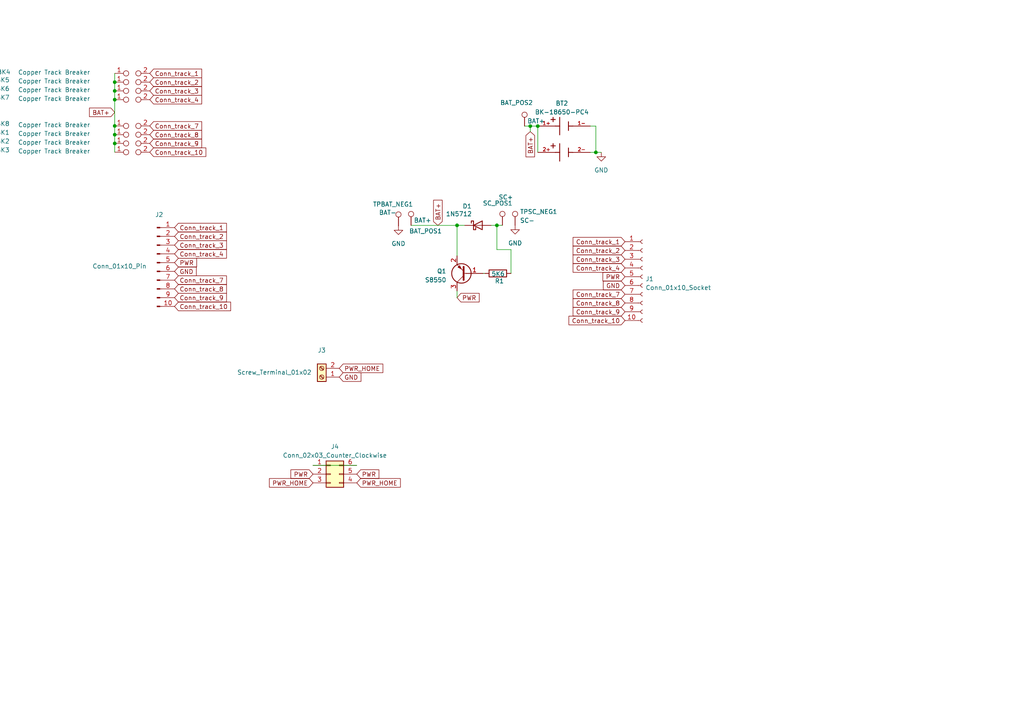
<source format=kicad_sch>
(kicad_sch (version 20230121) (generator eeschema)

  (uuid 36c3529d-7964-4040-afe2-98add62a25cb)

  (paper "A4")

  (lib_symbols
    (symbol "AeonLabs_Connectors:Copper_Track_Break_2_points" (pin_names (offset 0.762) hide) (in_bom yes) (on_board yes)
      (property "Reference" "BK" (at 0 1.524 0)
        (effects (font (size 1.27 1.27)))
      )
      (property "Value" "Copper Track Breaker" (at -0.1524 4.1148 0)
        (effects (font (size 1.27 1.27)))
      )
      (property "Footprint" "AeonLabs_Connectors:Copper Track Breaker 2 points" (at 0 0 0)
        (effects (font (size 1.27 1.27)) hide)
      )
      (property "Datasheet" "~" (at 0 0 0)
        (effects (font (size 1.27 1.27)) hide)
      )
      (property "ki_keywords" "point tp" (at 0 0 0)
        (effects (font (size 1.27 1.27)) hide)
      )
      (property "ki_description" "2-polar test point" (at 0 0 0)
        (effects (font (size 1.27 1.27)) hide)
      )
      (property "ki_fp_filters" "Pin* Test*" (at 0 0 0)
        (effects (font (size 1.27 1.27)) hide)
      )
      (symbol "Copper_Track_Break_2_points_0_1"
        (circle (center -1.778 0) (radius 0.762)
          (stroke (width 0) (type default))
          (fill (type none))
        )
        (circle (center 1.778 0) (radius 0.762)
          (stroke (width 0) (type default))
          (fill (type none))
        )
        (pin passive line (at -5.08 0 0) (length 2.54)
          (name "1" (effects (font (size 1.27 1.27))))
          (number "1" (effects (font (size 1.27 1.27))))
        )
        (pin passive line (at 5.08 0 180) (length 2.54)
          (name "2" (effects (font (size 1.27 1.27))))
          (number "2" (effects (font (size 1.27 1.27))))
        )
      )
    )
    (symbol "Connector:2x_18650_battery_holder_BK-18650-PC4" (pin_names (offset 1.016)) (in_bom yes) (on_board yes)
      (property "Reference" "BT" (at -3.81 6.35 0)
        (effects (font (size 1.27 1.27)) (justify left bottom))
      )
      (property "Value" "BK-18650-PC4" (at -3.81 -10.16 0)
        (effects (font (size 1.27 1.27)) (justify left bottom))
      )
      (property "Footprint" "Battery:2x 18650 Battery holder BAT_BK-18650-PC4" (at 1.0668 12.3444 0)
        (effects (font (size 1.27 1.27)) (justify bottom) hide)
      )
      (property "Datasheet" "" (at 0 0 0)
        (effects (font (size 1.27 1.27)) hide)
      )
      (property "MANUFACTURER" "MPD" (at 0 0 0)
        (effects (font (size 1.27 1.27)) (justify bottom) hide)
      )
      (property "STANDARD" "Manufacturer Recommendations" (at 0.1524 8.5852 0)
        (effects (font (size 1.27 1.27)) (justify bottom) hide)
      )
      (property "PARTREV" "K" (at 0 0 0)
        (effects (font (size 1.27 1.27)) (justify bottom) hide)
      )
      (property "MAXIMUM_PACKAGE_HEIGHT" "21.54 mm" (at -0.0508 10.668 0)
        (effects (font (size 1.27 1.27)) (justify bottom) hide)
      )
      (symbol "2x_18650_battery_holder_BK-18650-PC4_0_0"
        (polyline
          (pts
            (xy -3.81 -3.175)
            (xy -2.54 -3.175)
          )
          (stroke (width 0.254) (type default))
          (fill (type none))
        )
        (polyline
          (pts
            (xy -3.81 4.445)
            (xy -2.54 4.445)
          )
          (stroke (width 0.254) (type default))
          (fill (type none))
        )
        (polyline
          (pts
            (xy -3.175 -2.54)
            (xy -3.175 -3.81)
          )
          (stroke (width 0.254) (type default))
          (fill (type none))
        )
        (polyline
          (pts
            (xy -3.175 5.08)
            (xy -3.175 3.81)
          )
          (stroke (width 0.254) (type default))
          (fill (type none))
        )
        (polyline
          (pts
            (xy -1.27 -5.08)
            (xy -2.54 -5.08)
          )
          (stroke (width 0.254) (type default))
          (fill (type none))
        )
        (polyline
          (pts
            (xy -1.27 -5.08)
            (xy -1.27 -7.62)
          )
          (stroke (width 0.254) (type default))
          (fill (type none))
        )
        (polyline
          (pts
            (xy -1.27 -2.54)
            (xy -1.27 -5.08)
          )
          (stroke (width 0.254) (type default))
          (fill (type none))
        )
        (polyline
          (pts
            (xy -1.27 2.54)
            (xy -2.54 2.54)
          )
          (stroke (width 0.254) (type default))
          (fill (type none))
        )
        (polyline
          (pts
            (xy -1.27 2.54)
            (xy -1.27 0)
          )
          (stroke (width 0.254) (type default))
          (fill (type none))
        )
        (polyline
          (pts
            (xy -1.27 5.08)
            (xy -1.27 2.54)
          )
          (stroke (width 0.254) (type default))
          (fill (type none))
        )
        (polyline
          (pts
            (xy 1.27 -5.08)
            (xy 1.27 -6.35)
          )
          (stroke (width 0.254) (type default))
          (fill (type none))
        )
        (polyline
          (pts
            (xy 1.27 -5.08)
            (xy 2.54 -5.08)
          )
          (stroke (width 0.254) (type default))
          (fill (type none))
        )
        (polyline
          (pts
            (xy 1.27 -3.81)
            (xy 1.27 -5.08)
          )
          (stroke (width 0.254) (type default))
          (fill (type none))
        )
        (polyline
          (pts
            (xy 1.27 2.54)
            (xy 1.27 1.27)
          )
          (stroke (width 0.254) (type default))
          (fill (type none))
        )
        (polyline
          (pts
            (xy 1.27 2.54)
            (xy 2.54 2.54)
          )
          (stroke (width 0.254) (type default))
          (fill (type none))
        )
        (polyline
          (pts
            (xy 1.27 3.81)
            (xy 1.27 2.54)
          )
          (stroke (width 0.254) (type default))
          (fill (type none))
        )
        (pin passive line (at -7.62 2.54 0) (length 5.08)
          (name "~" (effects (font (size 1.016 1.016))))
          (number "1+" (effects (font (size 1.016 1.016))))
        )
        (pin passive line (at 7.62 2.54 180) (length 5.08)
          (name "~" (effects (font (size 1.016 1.016))))
          (number "1-" (effects (font (size 1.016 1.016))))
        )
        (pin passive line (at -7.62 -5.08 0) (length 5.08)
          (name "~" (effects (font (size 1.016 1.016))))
          (number "2+" (effects (font (size 1.016 1.016))))
        )
        (pin passive line (at 7.62 -5.08 180) (length 5.08)
          (name "~" (effects (font (size 1.016 1.016))))
          (number "2-" (effects (font (size 1.016 1.016))))
        )
      )
    )
    (symbol "Connector:Conn_01x10_Pin" (pin_names (offset 1.016) hide) (in_bom yes) (on_board yes)
      (property "Reference" "J" (at 0 12.7 0)
        (effects (font (size 1.27 1.27)))
      )
      (property "Value" "Conn_01x10_Pin" (at 0 -15.24 0)
        (effects (font (size 1.27 1.27)))
      )
      (property "Footprint" "" (at 0 0 0)
        (effects (font (size 1.27 1.27)) hide)
      )
      (property "Datasheet" "~" (at 0 0 0)
        (effects (font (size 1.27 1.27)) hide)
      )
      (property "ki_locked" "" (at 0 0 0)
        (effects (font (size 1.27 1.27)))
      )
      (property "ki_keywords" "connector" (at 0 0 0)
        (effects (font (size 1.27 1.27)) hide)
      )
      (property "ki_description" "Generic connector, single row, 01x10, script generated" (at 0 0 0)
        (effects (font (size 1.27 1.27)) hide)
      )
      (property "ki_fp_filters" "Connector*:*_1x??_*" (at 0 0 0)
        (effects (font (size 1.27 1.27)) hide)
      )
      (symbol "Conn_01x10_Pin_1_1"
        (polyline
          (pts
            (xy 1.27 -12.7)
            (xy 0.8636 -12.7)
          )
          (stroke (width 0.1524) (type default))
          (fill (type none))
        )
        (polyline
          (pts
            (xy 1.27 -10.16)
            (xy 0.8636 -10.16)
          )
          (stroke (width 0.1524) (type default))
          (fill (type none))
        )
        (polyline
          (pts
            (xy 1.27 -7.62)
            (xy 0.8636 -7.62)
          )
          (stroke (width 0.1524) (type default))
          (fill (type none))
        )
        (polyline
          (pts
            (xy 1.27 -5.08)
            (xy 0.8636 -5.08)
          )
          (stroke (width 0.1524) (type default))
          (fill (type none))
        )
        (polyline
          (pts
            (xy 1.27 -2.54)
            (xy 0.8636 -2.54)
          )
          (stroke (width 0.1524) (type default))
          (fill (type none))
        )
        (polyline
          (pts
            (xy 1.27 0)
            (xy 0.8636 0)
          )
          (stroke (width 0.1524) (type default))
          (fill (type none))
        )
        (polyline
          (pts
            (xy 1.27 2.54)
            (xy 0.8636 2.54)
          )
          (stroke (width 0.1524) (type default))
          (fill (type none))
        )
        (polyline
          (pts
            (xy 1.27 5.08)
            (xy 0.8636 5.08)
          )
          (stroke (width 0.1524) (type default))
          (fill (type none))
        )
        (polyline
          (pts
            (xy 1.27 7.62)
            (xy 0.8636 7.62)
          )
          (stroke (width 0.1524) (type default))
          (fill (type none))
        )
        (polyline
          (pts
            (xy 1.27 10.16)
            (xy 0.8636 10.16)
          )
          (stroke (width 0.1524) (type default))
          (fill (type none))
        )
        (rectangle (start 0.8636 -12.573) (end 0 -12.827)
          (stroke (width 0.1524) (type default))
          (fill (type outline))
        )
        (rectangle (start 0.8636 -10.033) (end 0 -10.287)
          (stroke (width 0.1524) (type default))
          (fill (type outline))
        )
        (rectangle (start 0.8636 -7.493) (end 0 -7.747)
          (stroke (width 0.1524) (type default))
          (fill (type outline))
        )
        (rectangle (start 0.8636 -4.953) (end 0 -5.207)
          (stroke (width 0.1524) (type default))
          (fill (type outline))
        )
        (rectangle (start 0.8636 -2.413) (end 0 -2.667)
          (stroke (width 0.1524) (type default))
          (fill (type outline))
        )
        (rectangle (start 0.8636 0.127) (end 0 -0.127)
          (stroke (width 0.1524) (type default))
          (fill (type outline))
        )
        (rectangle (start 0.8636 2.667) (end 0 2.413)
          (stroke (width 0.1524) (type default))
          (fill (type outline))
        )
        (rectangle (start 0.8636 5.207) (end 0 4.953)
          (stroke (width 0.1524) (type default))
          (fill (type outline))
        )
        (rectangle (start 0.8636 7.747) (end 0 7.493)
          (stroke (width 0.1524) (type default))
          (fill (type outline))
        )
        (rectangle (start 0.8636 10.287) (end 0 10.033)
          (stroke (width 0.1524) (type default))
          (fill (type outline))
        )
        (pin passive line (at 5.08 10.16 180) (length 3.81)
          (name "Pin_1" (effects (font (size 1.27 1.27))))
          (number "1" (effects (font (size 1.27 1.27))))
        )
        (pin passive line (at 5.08 -12.7 180) (length 3.81)
          (name "Pin_10" (effects (font (size 1.27 1.27))))
          (number "10" (effects (font (size 1.27 1.27))))
        )
        (pin passive line (at 5.08 7.62 180) (length 3.81)
          (name "Pin_2" (effects (font (size 1.27 1.27))))
          (number "2" (effects (font (size 1.27 1.27))))
        )
        (pin passive line (at 5.08 5.08 180) (length 3.81)
          (name "Pin_3" (effects (font (size 1.27 1.27))))
          (number "3" (effects (font (size 1.27 1.27))))
        )
        (pin passive line (at 5.08 2.54 180) (length 3.81)
          (name "Pin_4" (effects (font (size 1.27 1.27))))
          (number "4" (effects (font (size 1.27 1.27))))
        )
        (pin passive line (at 5.08 0 180) (length 3.81)
          (name "Pin_5" (effects (font (size 1.27 1.27))))
          (number "5" (effects (font (size 1.27 1.27))))
        )
        (pin passive line (at 5.08 -2.54 180) (length 3.81)
          (name "Pin_6" (effects (font (size 1.27 1.27))))
          (number "6" (effects (font (size 1.27 1.27))))
        )
        (pin passive line (at 5.08 -5.08 180) (length 3.81)
          (name "Pin_7" (effects (font (size 1.27 1.27))))
          (number "7" (effects (font (size 1.27 1.27))))
        )
        (pin passive line (at 5.08 -7.62 180) (length 3.81)
          (name "Pin_8" (effects (font (size 1.27 1.27))))
          (number "8" (effects (font (size 1.27 1.27))))
        )
        (pin passive line (at 5.08 -10.16 180) (length 3.81)
          (name "Pin_9" (effects (font (size 1.27 1.27))))
          (number "9" (effects (font (size 1.27 1.27))))
        )
      )
    )
    (symbol "Connector:Conn_01x10_Socket" (pin_names (offset 1.016) hide) (in_bom yes) (on_board yes)
      (property "Reference" "J" (at 0 12.7 0)
        (effects (font (size 1.27 1.27)))
      )
      (property "Value" "Conn_01x10_Socket" (at 0 -15.24 0)
        (effects (font (size 1.27 1.27)))
      )
      (property "Footprint" "" (at 0 0 0)
        (effects (font (size 1.27 1.27)) hide)
      )
      (property "Datasheet" "~" (at 0 0 0)
        (effects (font (size 1.27 1.27)) hide)
      )
      (property "ki_locked" "" (at 0 0 0)
        (effects (font (size 1.27 1.27)))
      )
      (property "ki_keywords" "connector" (at 0 0 0)
        (effects (font (size 1.27 1.27)) hide)
      )
      (property "ki_description" "Generic connector, single row, 01x10, script generated" (at 0 0 0)
        (effects (font (size 1.27 1.27)) hide)
      )
      (property "ki_fp_filters" "Connector*:*_1x??_*" (at 0 0 0)
        (effects (font (size 1.27 1.27)) hide)
      )
      (symbol "Conn_01x10_Socket_1_1"
        (arc (start 0 -12.192) (mid -0.5058 -12.7) (end 0 -13.208)
          (stroke (width 0.1524) (type default))
          (fill (type none))
        )
        (arc (start 0 -9.652) (mid -0.5058 -10.16) (end 0 -10.668)
          (stroke (width 0.1524) (type default))
          (fill (type none))
        )
        (arc (start 0 -7.112) (mid -0.5058 -7.62) (end 0 -8.128)
          (stroke (width 0.1524) (type default))
          (fill (type none))
        )
        (arc (start 0 -4.572) (mid -0.5058 -5.08) (end 0 -5.588)
          (stroke (width 0.1524) (type default))
          (fill (type none))
        )
        (arc (start 0 -2.032) (mid -0.5058 -2.54) (end 0 -3.048)
          (stroke (width 0.1524) (type default))
          (fill (type none))
        )
        (polyline
          (pts
            (xy -1.27 -12.7)
            (xy -0.508 -12.7)
          )
          (stroke (width 0.1524) (type default))
          (fill (type none))
        )
        (polyline
          (pts
            (xy -1.27 -10.16)
            (xy -0.508 -10.16)
          )
          (stroke (width 0.1524) (type default))
          (fill (type none))
        )
        (polyline
          (pts
            (xy -1.27 -7.62)
            (xy -0.508 -7.62)
          )
          (stroke (width 0.1524) (type default))
          (fill (type none))
        )
        (polyline
          (pts
            (xy -1.27 -5.08)
            (xy -0.508 -5.08)
          )
          (stroke (width 0.1524) (type default))
          (fill (type none))
        )
        (polyline
          (pts
            (xy -1.27 -2.54)
            (xy -0.508 -2.54)
          )
          (stroke (width 0.1524) (type default))
          (fill (type none))
        )
        (polyline
          (pts
            (xy -1.27 0)
            (xy -0.508 0)
          )
          (stroke (width 0.1524) (type default))
          (fill (type none))
        )
        (polyline
          (pts
            (xy -1.27 2.54)
            (xy -0.508 2.54)
          )
          (stroke (width 0.1524) (type default))
          (fill (type none))
        )
        (polyline
          (pts
            (xy -1.27 5.08)
            (xy -0.508 5.08)
          )
          (stroke (width 0.1524) (type default))
          (fill (type none))
        )
        (polyline
          (pts
            (xy -1.27 7.62)
            (xy -0.508 7.62)
          )
          (stroke (width 0.1524) (type default))
          (fill (type none))
        )
        (polyline
          (pts
            (xy -1.27 10.16)
            (xy -0.508 10.16)
          )
          (stroke (width 0.1524) (type default))
          (fill (type none))
        )
        (arc (start 0 0.508) (mid -0.5058 0) (end 0 -0.508)
          (stroke (width 0.1524) (type default))
          (fill (type none))
        )
        (arc (start 0 3.048) (mid -0.5058 2.54) (end 0 2.032)
          (stroke (width 0.1524) (type default))
          (fill (type none))
        )
        (arc (start 0 5.588) (mid -0.5058 5.08) (end 0 4.572)
          (stroke (width 0.1524) (type default))
          (fill (type none))
        )
        (arc (start 0 8.128) (mid -0.5058 7.62) (end 0 7.112)
          (stroke (width 0.1524) (type default))
          (fill (type none))
        )
        (arc (start 0 10.668) (mid -0.5058 10.16) (end 0 9.652)
          (stroke (width 0.1524) (type default))
          (fill (type none))
        )
        (pin passive line (at -5.08 10.16 0) (length 3.81)
          (name "Pin_1" (effects (font (size 1.27 1.27))))
          (number "1" (effects (font (size 1.27 1.27))))
        )
        (pin passive line (at -5.08 -12.7 0) (length 3.81)
          (name "Pin_10" (effects (font (size 1.27 1.27))))
          (number "10" (effects (font (size 1.27 1.27))))
        )
        (pin passive line (at -5.08 7.62 0) (length 3.81)
          (name "Pin_2" (effects (font (size 1.27 1.27))))
          (number "2" (effects (font (size 1.27 1.27))))
        )
        (pin passive line (at -5.08 5.08 0) (length 3.81)
          (name "Pin_3" (effects (font (size 1.27 1.27))))
          (number "3" (effects (font (size 1.27 1.27))))
        )
        (pin passive line (at -5.08 2.54 0) (length 3.81)
          (name "Pin_4" (effects (font (size 1.27 1.27))))
          (number "4" (effects (font (size 1.27 1.27))))
        )
        (pin passive line (at -5.08 0 0) (length 3.81)
          (name "Pin_5" (effects (font (size 1.27 1.27))))
          (number "5" (effects (font (size 1.27 1.27))))
        )
        (pin passive line (at -5.08 -2.54 0) (length 3.81)
          (name "Pin_6" (effects (font (size 1.27 1.27))))
          (number "6" (effects (font (size 1.27 1.27))))
        )
        (pin passive line (at -5.08 -5.08 0) (length 3.81)
          (name "Pin_7" (effects (font (size 1.27 1.27))))
          (number "7" (effects (font (size 1.27 1.27))))
        )
        (pin passive line (at -5.08 -7.62 0) (length 3.81)
          (name "Pin_8" (effects (font (size 1.27 1.27))))
          (number "8" (effects (font (size 1.27 1.27))))
        )
        (pin passive line (at -5.08 -10.16 0) (length 3.81)
          (name "Pin_9" (effects (font (size 1.27 1.27))))
          (number "9" (effects (font (size 1.27 1.27))))
        )
      )
    )
    (symbol "Connector:Screw_Terminal_01x02" (pin_names (offset 1.016) hide) (in_bom yes) (on_board yes)
      (property "Reference" "J" (at 0 2.54 0)
        (effects (font (size 1.27 1.27)))
      )
      (property "Value" "Screw_Terminal_01x02" (at 0 -5.08 0)
        (effects (font (size 1.27 1.27)))
      )
      (property "Footprint" "" (at 0 0 0)
        (effects (font (size 1.27 1.27)) hide)
      )
      (property "Datasheet" "~" (at 0 0 0)
        (effects (font (size 1.27 1.27)) hide)
      )
      (property "ki_keywords" "screw terminal" (at 0 0 0)
        (effects (font (size 1.27 1.27)) hide)
      )
      (property "ki_description" "Generic screw terminal, single row, 01x02, script generated (kicad-library-utils/schlib/autogen/connector/)" (at 0 0 0)
        (effects (font (size 1.27 1.27)) hide)
      )
      (property "ki_fp_filters" "TerminalBlock*:*" (at 0 0 0)
        (effects (font (size 1.27 1.27)) hide)
      )
      (symbol "Screw_Terminal_01x02_1_1"
        (rectangle (start -1.27 1.27) (end 1.27 -3.81)
          (stroke (width 0.254) (type default))
          (fill (type background))
        )
        (circle (center 0 -2.54) (radius 0.635)
          (stroke (width 0.1524) (type default))
          (fill (type none))
        )
        (polyline
          (pts
            (xy -0.5334 -2.2098)
            (xy 0.3302 -3.048)
          )
          (stroke (width 0.1524) (type default))
          (fill (type none))
        )
        (polyline
          (pts
            (xy -0.5334 0.3302)
            (xy 0.3302 -0.508)
          )
          (stroke (width 0.1524) (type default))
          (fill (type none))
        )
        (polyline
          (pts
            (xy -0.3556 -2.032)
            (xy 0.508 -2.8702)
          )
          (stroke (width 0.1524) (type default))
          (fill (type none))
        )
        (polyline
          (pts
            (xy -0.3556 0.508)
            (xy 0.508 -0.3302)
          )
          (stroke (width 0.1524) (type default))
          (fill (type none))
        )
        (circle (center 0 0) (radius 0.635)
          (stroke (width 0.1524) (type default))
          (fill (type none))
        )
        (pin passive line (at -5.08 0 0) (length 3.81)
          (name "Pin_1" (effects (font (size 1.27 1.27))))
          (number "1" (effects (font (size 1.27 1.27))))
        )
        (pin passive line (at -5.08 -2.54 0) (length 3.81)
          (name "Pin_2" (effects (font (size 1.27 1.27))))
          (number "2" (effects (font (size 1.27 1.27))))
        )
      )
    )
    (symbol "Connector:TestPoint" (pin_numbers hide) (pin_names (offset 0.762) hide) (in_bom yes) (on_board yes)
      (property "Reference" "TP" (at 0 6.858 0)
        (effects (font (size 1.27 1.27)))
      )
      (property "Value" "TestPoint" (at 0 5.08 0)
        (effects (font (size 1.27 1.27)))
      )
      (property "Footprint" "" (at 5.08 0 0)
        (effects (font (size 1.27 1.27)) hide)
      )
      (property "Datasheet" "~" (at 5.08 0 0)
        (effects (font (size 1.27 1.27)) hide)
      )
      (property "ki_keywords" "test point tp" (at 0 0 0)
        (effects (font (size 1.27 1.27)) hide)
      )
      (property "ki_description" "test point" (at 0 0 0)
        (effects (font (size 1.27 1.27)) hide)
      )
      (property "ki_fp_filters" "Pin* Test*" (at 0 0 0)
        (effects (font (size 1.27 1.27)) hide)
      )
      (symbol "TestPoint_0_1"
        (circle (center 0 3.302) (radius 0.762)
          (stroke (width 0) (type default))
          (fill (type none))
        )
      )
      (symbol "TestPoint_1_1"
        (pin passive line (at 0 0 90) (length 2.54)
          (name "1" (effects (font (size 1.27 1.27))))
          (number "1" (effects (font (size 1.27 1.27))))
        )
      )
    )
    (symbol "Connector_Generic:Conn_02x03_Counter_Clockwise" (pin_names (offset 1.016) hide) (in_bom yes) (on_board yes)
      (property "Reference" "J" (at 1.27 5.08 0)
        (effects (font (size 1.27 1.27)))
      )
      (property "Value" "Conn_02x03_Counter_Clockwise" (at 1.27 -5.08 0)
        (effects (font (size 1.27 1.27)))
      )
      (property "Footprint" "" (at 0 0 0)
        (effects (font (size 1.27 1.27)) hide)
      )
      (property "Datasheet" "~" (at 0 0 0)
        (effects (font (size 1.27 1.27)) hide)
      )
      (property "ki_keywords" "connector" (at 0 0 0)
        (effects (font (size 1.27 1.27)) hide)
      )
      (property "ki_description" "Generic connector, double row, 02x03, counter clockwise pin numbering scheme (similar to DIP package numbering), script generated (kicad-library-utils/schlib/autogen/connector/)" (at 0 0 0)
        (effects (font (size 1.27 1.27)) hide)
      )
      (property "ki_fp_filters" "Connector*:*_2x??_*" (at 0 0 0)
        (effects (font (size 1.27 1.27)) hide)
      )
      (symbol "Conn_02x03_Counter_Clockwise_1_1"
        (rectangle (start -1.27 -2.413) (end 0 -2.667)
          (stroke (width 0.1524) (type default))
          (fill (type none))
        )
        (rectangle (start -1.27 0.127) (end 0 -0.127)
          (stroke (width 0.1524) (type default))
          (fill (type none))
        )
        (rectangle (start -1.27 2.667) (end 0 2.413)
          (stroke (width 0.1524) (type default))
          (fill (type none))
        )
        (rectangle (start -1.27 3.81) (end 3.81 -3.81)
          (stroke (width 0.254) (type default))
          (fill (type background))
        )
        (rectangle (start 3.81 -2.413) (end 2.54 -2.667)
          (stroke (width 0.1524) (type default))
          (fill (type none))
        )
        (rectangle (start 3.81 0.127) (end 2.54 -0.127)
          (stroke (width 0.1524) (type default))
          (fill (type none))
        )
        (rectangle (start 3.81 2.667) (end 2.54 2.413)
          (stroke (width 0.1524) (type default))
          (fill (type none))
        )
        (pin passive line (at -5.08 2.54 0) (length 3.81)
          (name "Pin_1" (effects (font (size 1.27 1.27))))
          (number "1" (effects (font (size 1.27 1.27))))
        )
        (pin passive line (at -5.08 0 0) (length 3.81)
          (name "Pin_2" (effects (font (size 1.27 1.27))))
          (number "2" (effects (font (size 1.27 1.27))))
        )
        (pin passive line (at -5.08 -2.54 0) (length 3.81)
          (name "Pin_3" (effects (font (size 1.27 1.27))))
          (number "3" (effects (font (size 1.27 1.27))))
        )
        (pin passive line (at 7.62 -2.54 180) (length 3.81)
          (name "Pin_4" (effects (font (size 1.27 1.27))))
          (number "4" (effects (font (size 1.27 1.27))))
        )
        (pin passive line (at 7.62 0 180) (length 3.81)
          (name "Pin_5" (effects (font (size 1.27 1.27))))
          (number "5" (effects (font (size 1.27 1.27))))
        )
        (pin passive line (at 7.62 2.54 180) (length 3.81)
          (name "Pin_6" (effects (font (size 1.27 1.27))))
          (number "6" (effects (font (size 1.27 1.27))))
        )
      )
    )
    (symbol "Device:R" (pin_numbers hide) (pin_names (offset 0)) (in_bom yes) (on_board yes)
      (property "Reference" "R" (at 2.032 0 90)
        (effects (font (size 1.27 1.27)))
      )
      (property "Value" "R" (at 0 0 90)
        (effects (font (size 1.27 1.27)))
      )
      (property "Footprint" "" (at -1.778 0 90)
        (effects (font (size 1.27 1.27)) hide)
      )
      (property "Datasheet" "~" (at 0 0 0)
        (effects (font (size 1.27 1.27)) hide)
      )
      (property "ki_keywords" "R res resistor" (at 0 0 0)
        (effects (font (size 1.27 1.27)) hide)
      )
      (property "ki_description" "Resistor" (at 0 0 0)
        (effects (font (size 1.27 1.27)) hide)
      )
      (property "ki_fp_filters" "R_*" (at 0 0 0)
        (effects (font (size 1.27 1.27)) hide)
      )
      (symbol "R_0_1"
        (rectangle (start -1.016 -2.54) (end 1.016 2.54)
          (stroke (width 0.254) (type default))
          (fill (type none))
        )
      )
      (symbol "R_1_1"
        (pin passive line (at 0 3.81 270) (length 1.27)
          (name "~" (effects (font (size 1.27 1.27))))
          (number "1" (effects (font (size 1.27 1.27))))
        )
        (pin passive line (at 0 -3.81 90) (length 1.27)
          (name "~" (effects (font (size 1.27 1.27))))
          (number "2" (effects (font (size 1.27 1.27))))
        )
      )
    )
    (symbol "Diode:1N5712" (pin_numbers hide) (pin_names (offset 1.016) hide) (in_bom yes) (on_board yes)
      (property "Reference" "D" (at 0 2.54 0)
        (effects (font (size 1.27 1.27)))
      )
      (property "Value" "1N5712" (at 0 -2.54 0)
        (effects (font (size 1.27 1.27)))
      )
      (property "Footprint" "Diode_THT:D_DO-35_SOD27_P7.62mm_Horizontal" (at 0 -4.445 0)
        (effects (font (size 1.27 1.27)) hide)
      )
      (property "Datasheet" "https://www.microsemi.com/document-portal/doc_download/8865-lds-0040-datasheet" (at 0 0 0)
        (effects (font (size 1.27 1.27)) hide)
      )
      (property "ki_keywords" "diode Schottky" (at 0 0 0)
        (effects (font (size 1.27 1.27)) hide)
      )
      (property "ki_description" "20V 75mA Schottky diode, DO-35" (at 0 0 0)
        (effects (font (size 1.27 1.27)) hide)
      )
      (property "ki_fp_filters" "D*DO?35*" (at 0 0 0)
        (effects (font (size 1.27 1.27)) hide)
      )
      (symbol "1N5712_0_1"
        (polyline
          (pts
            (xy 1.27 0)
            (xy -1.27 0)
          )
          (stroke (width 0) (type default))
          (fill (type none))
        )
        (polyline
          (pts
            (xy 1.27 1.27)
            (xy 1.27 -1.27)
            (xy -1.27 0)
            (xy 1.27 1.27)
          )
          (stroke (width 0.254) (type default))
          (fill (type none))
        )
        (polyline
          (pts
            (xy -1.905 0.635)
            (xy -1.905 1.27)
            (xy -1.27 1.27)
            (xy -1.27 -1.27)
            (xy -0.635 -1.27)
            (xy -0.635 -0.635)
          )
          (stroke (width 0.254) (type default))
          (fill (type none))
        )
      )
      (symbol "1N5712_1_1"
        (pin passive line (at -3.81 0 0) (length 2.54)
          (name "K" (effects (font (size 1.27 1.27))))
          (number "1" (effects (font (size 1.27 1.27))))
        )
        (pin passive line (at 3.81 0 180) (length 2.54)
          (name "A" (effects (font (size 1.27 1.27))))
          (number "2" (effects (font (size 1.27 1.27))))
        )
      )
    )
    (symbol "Transistor_BJT:S8550" (pin_names (offset 0) hide) (in_bom yes) (on_board yes)
      (property "Reference" "Q" (at 5.08 1.905 0)
        (effects (font (size 1.27 1.27)) (justify left))
      )
      (property "Value" "S8550" (at -6.9088 9.0424 0)
        (effects (font (size 1.27 1.27)) (justify left))
      )
      (property "Footprint" "Package_TO_SOT_THT:TO-92_Inline" (at -11.5316 13.3604 0)
        (effects (font (size 1.27 1.27) italic) (justify left) hide)
      )
      (property "Datasheet" "http://www.unisonic.com.tw/datasheet/S8550.pdf" (at -14.1224 15.24 0)
        (effects (font (size 1.27 1.27)) (justify left) hide)
      )
      (property "ki_keywords" "S8550 PNP Low Voltage High Current Transistor" (at 0 0 0)
        (effects (font (size 1.27 1.27)) hide)
      )
      (property "ki_description" "0.7A Ic, 20V Vce, Low Voltage High Current PNP Transistor, TO-92" (at 0 0 0)
        (effects (font (size 1.27 1.27)) hide)
      )
      (property "ki_fp_filters" "TO?92*" (at 0 0 0)
        (effects (font (size 1.27 1.27)) hide)
      )
      (symbol "S8550_0_1"
        (polyline
          (pts
            (xy 0 0)
            (xy 0.635 0)
          )
          (stroke (width 0) (type default))
          (fill (type none))
        )
        (polyline
          (pts
            (xy 2.54 -2.54)
            (xy 0.635 -0.635)
          )
          (stroke (width 0) (type default))
          (fill (type none))
        )
        (polyline
          (pts
            (xy 2.54 2.54)
            (xy 0.635 0.635)
          )
          (stroke (width 0) (type default))
          (fill (type none))
        )
        (polyline
          (pts
            (xy 0.635 1.905)
            (xy 0.635 -1.905)
            (xy 0.635 -1.905)
          )
          (stroke (width 0.508) (type default))
          (fill (type outline))
        )
        (polyline
          (pts
            (xy 1.778 -2.286)
            (xy 2.286 -1.778)
            (xy 1.27 -1.27)
            (xy 1.778 -2.286)
            (xy 1.778 -2.286)
          )
          (stroke (width 0) (type default))
          (fill (type outline))
        )
        (circle (center 1.27 0) (radius 2.8194)
          (stroke (width 0.254) (type default))
          (fill (type none))
        )
      )
      (symbol "S8550_1_1"
        (pin input line (at -5.08 0 0) (length 5.08)
          (name "B" (effects (font (size 1.27 1.27))))
          (number "1" (effects (font (size 1.27 1.27))))
        )
        (pin passive line (at 2.54 -5.08 90) (length 2.54)
          (name "E" (effects (font (size 1.27 1.27))))
          (number "2" (effects (font (size 1.27 1.27))))
        )
        (pin passive line (at 2.54 5.08 270) (length 2.54)
          (name "C" (effects (font (size 1.27 1.27))))
          (number "3" (effects (font (size 1.27 1.27))))
        )
      )
    )
    (symbol "power:GND" (power) (pin_names (offset 0)) (in_bom yes) (on_board yes)
      (property "Reference" "#PWR" (at 0 -6.35 0)
        (effects (font (size 1.27 1.27)) hide)
      )
      (property "Value" "GND" (at 0 -3.81 0)
        (effects (font (size 1.27 1.27)))
      )
      (property "Footprint" "" (at 0 0 0)
        (effects (font (size 1.27 1.27)) hide)
      )
      (property "Datasheet" "" (at 0 0 0)
        (effects (font (size 1.27 1.27)) hide)
      )
      (property "ki_keywords" "global power" (at 0 0 0)
        (effects (font (size 1.27 1.27)) hide)
      )
      (property "ki_description" "Power symbol creates a global label with name \"GND\" , ground" (at 0 0 0)
        (effects (font (size 1.27 1.27)) hide)
      )
      (symbol "GND_0_1"
        (polyline
          (pts
            (xy 0 0)
            (xy 0 -1.27)
            (xy 1.27 -1.27)
            (xy 0 -2.54)
            (xy -1.27 -1.27)
            (xy 0 -1.27)
          )
          (stroke (width 0) (type default))
          (fill (type none))
        )
      )
      (symbol "GND_1_1"
        (pin power_in line (at 0 0 270) (length 0) hide
          (name "GND" (effects (font (size 1.27 1.27))))
          (number "1" (effects (font (size 1.27 1.27))))
        )
      )
    )
  )

  (junction (at 172.8216 44.196) (diameter 0) (color 0 0 0 0)
    (uuid 157096f5-7220-4b98-834b-548ff27629ad)
  )
  (junction (at 132.5626 65.3542) (diameter 0) (color 0 0 0 0)
    (uuid 211943e2-45c8-465e-9900-bd27b2c406e4)
  )
  (junction (at 33.274 36.5252) (diameter 0) (color 0 0 0 0)
    (uuid 27f06331-709f-4c02-b0d1-fb23cd25b259)
  )
  (junction (at 33.274 23.8252) (diameter 0) (color 0 0 0 0)
    (uuid 2a1afcb6-fd35-4a9b-b4eb-721fe3d6f1bf)
  )
  (junction (at 153.797 36.576) (diameter 0) (color 0 0 0 0)
    (uuid 450fe14e-2ecb-49b0-8ec6-d854439378ef)
  )
  (junction (at 33.274 28.9052) (diameter 0) (color 0 0 0 0)
    (uuid 4ec64677-ecee-4da5-8e9a-a44d9df86fc1)
  )
  (junction (at 33.274 41.6052) (diameter 0) (color 0 0 0 0)
    (uuid 5c9e8b53-10a5-439f-b0d3-dcf42435ee6b)
  )
  (junction (at 144.1196 65.3542) (diameter 0) (color 0 0 0 0)
    (uuid 60aca121-0622-47bc-89f8-613d5410ffd3)
  )
  (junction (at 155.9814 36.576) (diameter 0) (color 0 0 0 0)
    (uuid 937b6760-0ce5-4f3a-9094-545bd5b6046a)
  )
  (junction (at 33.274 26.3652) (diameter 0) (color 0 0 0 0)
    (uuid b4e43a2a-5bed-4b26-90b8-6941e0abc10e)
  )
  (junction (at 33.274 39.0652) (diameter 0) (color 0 0 0 0)
    (uuid e597afa9-9c44-4820-82f8-d860d95c1f99)
  )

  (wire (pts (xy 132.5626 65.3542) (xy 132.5626 74.2188))
    (stroke (width 0) (type default))
    (uuid 0819d2ed-939c-49be-9802-95282532ac53)
  )
  (wire (pts (xy 144.1196 65.3542) (xy 145.7198 65.3542))
    (stroke (width 0) (type default))
    (uuid 0e87420b-a0f9-43b2-a676-f5235cd27e39)
  )
  (wire (pts (xy 132.5626 86.3346) (xy 132.5626 84.3788))
    (stroke (width 0) (type default))
    (uuid 116872e2-388f-4563-916e-c92bda5ddd55)
  )
  (wire (pts (xy 134.7978 65.3542) (xy 132.5626 65.3542))
    (stroke (width 0) (type default))
    (uuid 17dea650-3dce-4e00-bf31-5f0af7a5e9b6)
  )
  (wire (pts (xy 144.1196 72.39) (xy 148.209 72.39))
    (stroke (width 0) (type default))
    (uuid 1a7faf6c-a2ca-498d-aeab-1add069afaef)
  )
  (wire (pts (xy 90.7796 134.9756) (xy 103.4796 134.9756))
    (stroke (width 0) (type default))
    (uuid 37a81072-b6c0-4346-b681-f8c0baa8979d)
  )
  (wire (pts (xy 33.274 26.3652) (xy 33.274 28.9052))
    (stroke (width 0) (type default))
    (uuid 4787fd71-8776-4a6f-a8c9-ff697f7399ad)
  )
  (wire (pts (xy 153.797 36.576) (xy 155.9814 36.576))
    (stroke (width 0) (type default))
    (uuid 4e193ba0-b5b5-409e-9006-84d15f3d858c)
  )
  (wire (pts (xy 172.8216 44.196) (xy 171.2214 44.196))
    (stroke (width 0) (type default))
    (uuid 57b6a80a-8353-41d1-b9f1-9ed53f7532ea)
  )
  (wire (pts (xy 33.274 36.5252) (xy 33.274 39.0652))
    (stroke (width 0) (type default))
    (uuid 5935aafe-0271-49ef-89fb-ba341eb9e110)
  )
  (wire (pts (xy 148.209 72.39) (xy 148.209 79.2988))
    (stroke (width 0) (type default))
    (uuid 628618ed-9c4e-44ff-a149-c4b76a26a965)
  )
  (wire (pts (xy 172.8216 44.196) (xy 174.3964 44.196))
    (stroke (width 0) (type default))
    (uuid 792d2933-668a-45e3-bf9b-ef4f47554295)
  )
  (wire (pts (xy 132.461 65.3542) (xy 132.461 65.3796))
    (stroke (width 0) (type default))
    (uuid 7b4d1a5e-396a-48ba-b0cf-4d4301ae5dd4)
  )
  (wire (pts (xy 153.797 38.1762) (xy 153.797 36.576))
    (stroke (width 0) (type default))
    (uuid 7b53113d-d1d5-482f-90dd-c463448ce146)
  )
  (wire (pts (xy 155.9814 36.576) (xy 155.9814 44.196))
    (stroke (width 0) (type default))
    (uuid 84cc2595-4423-4be6-b95e-2cf15a263658)
  )
  (wire (pts (xy 33.274 28.9052) (xy 33.274 36.5252))
    (stroke (width 0) (type default))
    (uuid 87e1aa13-2967-4625-915d-461a86eab6ee)
  )
  (wire (pts (xy 33.274 41.6052) (xy 33.274 44.1452))
    (stroke (width 0) (type default))
    (uuid 94694a70-a9ab-497d-ad54-2e70a7d3dee7)
  )
  (wire (pts (xy 132.5626 65.3542) (xy 132.461 65.3542))
    (stroke (width 0) (type default))
    (uuid 9c70d088-a21c-4507-84c2-9a11f1e9d50d)
  )
  (wire (pts (xy 33.274 21.2852) (xy 33.274 23.8252))
    (stroke (width 0) (type default))
    (uuid 9dd2fbb9-8d6f-4891-95fc-da431542d6a5)
  )
  (wire (pts (xy 171.2214 36.576) (xy 172.8216 36.576))
    (stroke (width 0) (type default))
    (uuid b369bf81-96de-4c3f-ba66-f8cb2aecf32e)
  )
  (wire (pts (xy 172.8216 44.196) (xy 172.8216 36.576))
    (stroke (width 0) (type default))
    (uuid b646195d-76cb-49d6-a4c2-515b2e7a39a1)
  )
  (wire (pts (xy 33.274 39.0652) (xy 33.274 41.6052))
    (stroke (width 0) (type default))
    (uuid d66cf9e3-65e5-4ef6-a70b-184b5e330c2c)
  )
  (wire (pts (xy 152.146 36.576) (xy 153.797 36.576))
    (stroke (width 0) (type default))
    (uuid db248b11-6c65-47f0-8e76-0861da8bbd9d)
  )
  (wire (pts (xy 144.1196 65.3542) (xy 144.1196 72.39))
    (stroke (width 0) (type default))
    (uuid db2ea387-38ea-48c9-8f03-cb84ffb7e20a)
  )
  (wire (pts (xy 142.4178 65.3542) (xy 144.1196 65.3542))
    (stroke (width 0) (type default))
    (uuid e520faf7-cbb6-4950-8f5a-7502dbeacdd1)
  )
  (wire (pts (xy 132.461 65.3796) (xy 119.2276 65.3796))
    (stroke (width 0) (type default))
    (uuid e969a927-8088-4f33-8d9e-58c8ed77b8bd)
  )
  (wire (pts (xy 33.274 23.8252) (xy 33.274 26.3652))
    (stroke (width 0) (type default))
    (uuid ef17c60c-99aa-4986-90ae-79ee8331aa53)
  )
  (wire (pts (xy 140.1826 79.2988) (xy 140.589 79.2988))
    (stroke (width 0) (type default))
    (uuid fc905a4b-331a-4722-9b03-e78ce16c1aca)
  )

  (global_label "Conn_track_8" (shape input) (at 43.434 39.0652 0) (fields_autoplaced)
    (effects (font (size 1.27 1.27)) (justify left))
    (uuid 01af05f0-c155-493d-84e8-ec919c5c25e8)
    (property "Intersheetrefs" "${INTERSHEET_REFS}" (at 58.9791 39.0652 0)
      (effects (font (size 1.27 1.27)) (justify left) hide)
    )
  )
  (global_label "Conn_track_8" (shape input) (at 50.6222 83.7946 0) (fields_autoplaced)
    (effects (font (size 1.27 1.27)) (justify left))
    (uuid 04253ce9-3ce0-4494-b944-e320a6ffd25b)
    (property "Intersheetrefs" "${INTERSHEET_REFS}" (at 66.1673 83.7946 0)
      (effects (font (size 1.27 1.27)) (justify left) hide)
    )
  )
  (global_label "Conn_track_1" (shape input) (at 50.6222 66.0146 0) (fields_autoplaced)
    (effects (font (size 1.27 1.27)) (justify left))
    (uuid 04f5c9c8-7d82-4716-832a-d89ed73edfaa)
    (property "Intersheetrefs" "${INTERSHEET_REFS}" (at 66.1673 66.0146 0)
      (effects (font (size 1.27 1.27)) (justify left) hide)
    )
  )
  (global_label "Conn_track_10" (shape input) (at 43.434 44.1452 0) (fields_autoplaced)
    (effects (font (size 1.27 1.27)) (justify left))
    (uuid 10c3c1b9-01ec-4eac-ae99-aff5ff5a6671)
    (property "Intersheetrefs" "${INTERSHEET_REFS}" (at 60.1886 44.1452 0)
      (effects (font (size 1.27 1.27)) (justify left) hide)
    )
  )
  (global_label "Conn_track_3" (shape input) (at 181.2798 75.184 180) (fields_autoplaced)
    (effects (font (size 1.27 1.27)) (justify right))
    (uuid 10fd0038-91e4-45a7-bf7e-b1d3944d296a)
    (property "Intersheetrefs" "${INTERSHEET_REFS}" (at 165.7347 75.184 0)
      (effects (font (size 1.27 1.27)) (justify right) hide)
    )
  )
  (global_label "PWR" (shape input) (at 50.6222 76.1746 0) (fields_autoplaced)
    (effects (font (size 1.27 1.27)) (justify left))
    (uuid 116cf5d8-5b36-47c9-90bd-374b24903f38)
    (property "Intersheetrefs" "${INTERSHEET_REFS}" (at 57.5194 76.1746 0)
      (effects (font (size 1.27 1.27)) (justify left) hide)
    )
  )
  (global_label "PWR_HOME" (shape input) (at 90.7796 140.0556 180) (fields_autoplaced)
    (effects (font (size 1.27 1.27)) (justify right))
    (uuid 1a222aa5-50bb-487b-b6b3-39833e0f65fa)
    (property "Intersheetrefs" "${INTERSHEET_REFS}" (at 77.6534 140.0556 0)
      (effects (font (size 1.27 1.27)) (justify right) hide)
    )
  )
  (global_label "Conn_track_4" (shape input) (at 43.434 28.9052 0) (fields_autoplaced)
    (effects (font (size 1.27 1.27)) (justify left))
    (uuid 1baf7af7-7b5f-4c33-bb8c-ba9b05d66b9a)
    (property "Intersheetrefs" "${INTERSHEET_REFS}" (at 58.9791 28.9052 0)
      (effects (font (size 1.27 1.27)) (justify left) hide)
    )
  )
  (global_label "Conn_track_10" (shape input) (at 181.2798 92.964 180) (fields_autoplaced)
    (effects (font (size 1.27 1.27)) (justify right))
    (uuid 25a80af0-2231-44c0-bf78-32ac05b96723)
    (property "Intersheetrefs" "${INTERSHEET_REFS}" (at 164.5252 92.964 0)
      (effects (font (size 1.27 1.27)) (justify right) hide)
    )
  )
  (global_label "Conn_track_8" (shape input) (at 181.2798 87.884 180) (fields_autoplaced)
    (effects (font (size 1.27 1.27)) (justify right))
    (uuid 2b0eabe3-6caa-43b1-9e5c-71451e400631)
    (property "Intersheetrefs" "${INTERSHEET_REFS}" (at 165.7347 87.884 0)
      (effects (font (size 1.27 1.27)) (justify right) hide)
    )
  )
  (global_label "Conn_track_7" (shape input) (at 50.6222 81.2546 0) (fields_autoplaced)
    (effects (font (size 1.27 1.27)) (justify left))
    (uuid 323ee71a-0c0c-4fa0-b705-660b114aa53d)
    (property "Intersheetrefs" "${INTERSHEET_REFS}" (at 66.1673 81.2546 0)
      (effects (font (size 1.27 1.27)) (justify left) hide)
    )
  )
  (global_label "Conn_track_3" (shape input) (at 43.434 26.3652 0) (fields_autoplaced)
    (effects (font (size 1.27 1.27)) (justify left))
    (uuid 33a31b5c-9bad-44aa-b060-8c04ee0bdd83)
    (property "Intersheetrefs" "${INTERSHEET_REFS}" (at 58.9791 26.3652 0)
      (effects (font (size 1.27 1.27)) (justify left) hide)
    )
  )
  (global_label "Conn_track_1" (shape input) (at 43.434 21.2852 0) (fields_autoplaced)
    (effects (font (size 1.27 1.27)) (justify left))
    (uuid 507fb2d1-f4f2-40aa-a51d-b7e6cf632e4b)
    (property "Intersheetrefs" "${INTERSHEET_REFS}" (at 58.9791 21.2852 0)
      (effects (font (size 1.27 1.27)) (justify left) hide)
    )
  )
  (global_label "Conn_track_4" (shape input) (at 181.2798 77.724 180) (fields_autoplaced)
    (effects (font (size 1.27 1.27)) (justify right))
    (uuid 50e84ff2-a31b-4691-b436-09de92e1fe40)
    (property "Intersheetrefs" "${INTERSHEET_REFS}" (at 165.7347 77.724 0)
      (effects (font (size 1.27 1.27)) (justify right) hide)
    )
  )
  (global_label "PWR" (shape input) (at 103.4796 137.5156 0) (fields_autoplaced)
    (effects (font (size 1.27 1.27)) (justify left))
    (uuid 5718f52b-d2b8-4578-af08-d0d07c310d1c)
    (property "Intersheetrefs" "${INTERSHEET_REFS}" (at 110.3768 137.5156 0)
      (effects (font (size 1.27 1.27)) (justify left) hide)
    )
  )
  (global_label "Conn_track_1" (shape input) (at 181.2798 70.104 180) (fields_autoplaced)
    (effects (font (size 1.27 1.27)) (justify right))
    (uuid 5c4ca179-cb72-47be-afae-8ff8f74fe383)
    (property "Intersheetrefs" "${INTERSHEET_REFS}" (at 165.7347 70.104 0)
      (effects (font (size 1.27 1.27)) (justify right) hide)
    )
  )
  (global_label "PWR" (shape input) (at 132.5626 86.3346 0) (fields_autoplaced)
    (effects (font (size 1.27 1.27)) (justify left))
    (uuid 612d95a8-cdb8-497a-b20a-2601c8758def)
    (property "Intersheetrefs" "${INTERSHEET_REFS}" (at 139.4598 86.3346 0)
      (effects (font (size 1.27 1.27)) (justify left) hide)
    )
  )
  (global_label "BAT+" (shape input) (at 153.797 38.1762 270) (fields_autoplaced)
    (effects (font (size 1.27 1.27)) (justify right))
    (uuid 6b89d0ee-1c71-41d9-8ad2-57f7fe11a042)
    (property "Intersheetrefs" "${INTERSHEET_REFS}" (at 153.797 45.9806 90)
      (effects (font (size 1.27 1.27)) (justify right) hide)
    )
  )
  (global_label "BAT+" (shape input) (at 127 65.3796 90) (fields_autoplaced)
    (effects (font (size 1.27 1.27)) (justify left))
    (uuid 6e4a9fcc-5ce2-4c0f-a6d6-eea7524dd9cd)
    (property "Intersheetrefs" "${INTERSHEET_REFS}" (at 127 57.5752 90)
      (effects (font (size 1.27 1.27)) (justify left) hide)
    )
  )
  (global_label "Conn_track_3" (shape input) (at 50.6222 71.0946 0) (fields_autoplaced)
    (effects (font (size 1.27 1.27)) (justify left))
    (uuid 6fc2c531-f0e3-4de4-80e8-9b06f851576d)
    (property "Intersheetrefs" "${INTERSHEET_REFS}" (at 66.1673 71.0946 0)
      (effects (font (size 1.27 1.27)) (justify left) hide)
    )
  )
  (global_label "Conn_track_2" (shape input) (at 43.434 23.8252 0) (fields_autoplaced)
    (effects (font (size 1.27 1.27)) (justify left))
    (uuid 71e1940a-9fc7-42a6-89a3-57496762a617)
    (property "Intersheetrefs" "${INTERSHEET_REFS}" (at 58.9791 23.8252 0)
      (effects (font (size 1.27 1.27)) (justify left) hide)
    )
  )
  (global_label "GND" (shape input) (at 181.2798 82.804 180) (fields_autoplaced)
    (effects (font (size 1.27 1.27)) (justify right))
    (uuid 766a07e4-4a00-4c76-9639-464c87841874)
    (property "Intersheetrefs" "${INTERSHEET_REFS}" (at 174.5035 82.804 0)
      (effects (font (size 1.27 1.27)) (justify right) hide)
    )
  )
  (global_label "Conn_track_2" (shape input) (at 50.6222 68.5546 0) (fields_autoplaced)
    (effects (font (size 1.27 1.27)) (justify left))
    (uuid 8db439bd-ddb2-4b1c-b07d-4a32a6a4298b)
    (property "Intersheetrefs" "${INTERSHEET_REFS}" (at 66.1673 68.5546 0)
      (effects (font (size 1.27 1.27)) (justify left) hide)
    )
  )
  (global_label "Conn_track_9" (shape input) (at 43.434 41.6052 0) (fields_autoplaced)
    (effects (font (size 1.27 1.27)) (justify left))
    (uuid 8e8726ab-ae84-46c8-91fb-64c760844ef7)
    (property "Intersheetrefs" "${INTERSHEET_REFS}" (at 58.9791 41.6052 0)
      (effects (font (size 1.27 1.27)) (justify left) hide)
    )
  )
  (global_label "PWR_HOME" (shape input) (at 98.3996 106.8324 0) (fields_autoplaced)
    (effects (font (size 1.27 1.27)) (justify left))
    (uuid 8f235deb-fd18-4b12-9d37-751df1a1570e)
    (property "Intersheetrefs" "${INTERSHEET_REFS}" (at 111.5258 106.8324 0)
      (effects (font (size 1.27 1.27)) (justify left) hide)
    )
  )
  (global_label "Conn_track_9" (shape input) (at 181.2798 90.424 180) (fields_autoplaced)
    (effects (font (size 1.27 1.27)) (justify right))
    (uuid b19ed8da-2ee8-412f-bc8f-09129e7d5d36)
    (property "Intersheetrefs" "${INTERSHEET_REFS}" (at 165.7347 90.424 0)
      (effects (font (size 1.27 1.27)) (justify right) hide)
    )
  )
  (global_label "Conn_track_7" (shape input) (at 181.2798 85.344 180) (fields_autoplaced)
    (effects (font (size 1.27 1.27)) (justify right))
    (uuid c1c42573-4f74-4ddd-b6bb-1a3ff8b0fdab)
    (property "Intersheetrefs" "${INTERSHEET_REFS}" (at 165.7347 85.344 0)
      (effects (font (size 1.27 1.27)) (justify right) hide)
    )
  )
  (global_label "Conn_track_2" (shape input) (at 181.2798 72.644 180) (fields_autoplaced)
    (effects (font (size 1.27 1.27)) (justify right))
    (uuid c36a1df9-f667-4013-b301-bf5f8860ce00)
    (property "Intersheetrefs" "${INTERSHEET_REFS}" (at 165.7347 72.644 0)
      (effects (font (size 1.27 1.27)) (justify right) hide)
    )
  )
  (global_label "PWR" (shape input) (at 90.7796 137.5156 180) (fields_autoplaced)
    (effects (font (size 1.27 1.27)) (justify right))
    (uuid c520e0cb-d653-4b26-9ddb-d131a370cffd)
    (property "Intersheetrefs" "${INTERSHEET_REFS}" (at 83.8824 137.5156 0)
      (effects (font (size 1.27 1.27)) (justify right) hide)
    )
  )
  (global_label "Conn_track_10" (shape input) (at 50.6222 88.8746 0) (fields_autoplaced)
    (effects (font (size 1.27 1.27)) (justify left))
    (uuid c5e91ec0-e420-44ac-89cf-0be765d7ce25)
    (property "Intersheetrefs" "${INTERSHEET_REFS}" (at 67.3768 88.8746 0)
      (effects (font (size 1.27 1.27)) (justify left) hide)
    )
  )
  (global_label "Conn_track_4" (shape input) (at 50.6222 73.6346 0) (fields_autoplaced)
    (effects (font (size 1.27 1.27)) (justify left))
    (uuid d707ba51-1f53-4128-baf1-ac16999af359)
    (property "Intersheetrefs" "${INTERSHEET_REFS}" (at 66.1673 73.6346 0)
      (effects (font (size 1.27 1.27)) (justify left) hide)
    )
  )
  (global_label "GND" (shape input) (at 98.3996 109.3724 0) (fields_autoplaced)
    (effects (font (size 1.27 1.27)) (justify left))
    (uuid df7de03d-ce3a-4899-b341-fdfba91a511b)
    (property "Intersheetrefs" "${INTERSHEET_REFS}" (at 105.1759 109.3724 0)
      (effects (font (size 1.27 1.27)) (justify left) hide)
    )
  )
  (global_label "Conn_track_7" (shape input) (at 43.434 36.5252 0) (fields_autoplaced)
    (effects (font (size 1.27 1.27)) (justify left))
    (uuid e1103bfe-391c-409d-b3b1-4e6df8444df6)
    (property "Intersheetrefs" "${INTERSHEET_REFS}" (at 58.9791 36.5252 0)
      (effects (font (size 1.27 1.27)) (justify left) hide)
    )
  )
  (global_label "PWR" (shape input) (at 181.2798 80.264 180) (fields_autoplaced)
    (effects (font (size 1.27 1.27)) (justify right))
    (uuid e1d9f67c-aa28-431a-aca8-cf04671f02b8)
    (property "Intersheetrefs" "${INTERSHEET_REFS}" (at 174.3826 80.264 0)
      (effects (font (size 1.27 1.27)) (justify right) hide)
    )
  )
  (global_label "Conn_track_9" (shape input) (at 50.6222 86.3346 0) (fields_autoplaced)
    (effects (font (size 1.27 1.27)) (justify left))
    (uuid e4f61372-7c71-443f-8059-fe5f380caa25)
    (property "Intersheetrefs" "${INTERSHEET_REFS}" (at 66.1673 86.3346 0)
      (effects (font (size 1.27 1.27)) (justify left) hide)
    )
  )
  (global_label "GND" (shape input) (at 50.6222 78.7146 0) (fields_autoplaced)
    (effects (font (size 1.27 1.27)) (justify left))
    (uuid e8215fa9-531d-4327-a520-72348dc390c7)
    (property "Intersheetrefs" "${INTERSHEET_REFS}" (at 57.3985 78.7146 0)
      (effects (font (size 1.27 1.27)) (justify left) hide)
    )
  )
  (global_label "PWR_HOME" (shape input) (at 103.4796 140.0556 0) (fields_autoplaced)
    (effects (font (size 1.27 1.27)) (justify left))
    (uuid f4d55fbf-9000-40cc-8ac3-334c5d269be9)
    (property "Intersheetrefs" "${INTERSHEET_REFS}" (at 116.6058 140.0556 0)
      (effects (font (size 1.27 1.27)) (justify left) hide)
    )
  )
  (global_label "BAT+" (shape input) (at 33.274 32.5882 180) (fields_autoplaced)
    (effects (font (size 1.27 1.27)) (justify right))
    (uuid f76e15af-fb63-423c-91e7-1997605a0124)
    (property "Intersheetrefs" "${INTERSHEET_REFS}" (at 25.4696 32.5882 0)
      (effects (font (size 1.27 1.27)) (justify right) hide)
    )
  )

  (symbol (lib_id "Connector:Conn_01x10_Pin") (at 45.5422 76.1746 0) (unit 1)
    (in_bom yes) (on_board yes) (dnp no)
    (uuid 0d1a6110-a2df-4e49-a796-bc70be681dba)
    (property "Reference" "J2" (at 46.1772 62.2554 0)
      (effects (font (size 1.27 1.27)))
    )
    (property "Value" "Conn_01x10_Pin" (at 34.671 77.216 0)
      (effects (font (size 1.27 1.27)))
    )
    (property "Footprint" "Connector_PinHeader_2.54mm:PinHeader_1x10_P2.54mm_Horizontal" (at 45.5422 76.1746 0)
      (effects (font (size 1.27 1.27)) hide)
    )
    (property "Datasheet" "~" (at 45.5422 76.1746 0)
      (effects (font (size 1.27 1.27)) hide)
    )
    (pin "1" (uuid 82ab235f-1ce1-4c43-9601-116c93bbb292))
    (pin "10" (uuid 44cdd2c9-25ca-45c0-806c-ad7244aa6181))
    (pin "2" (uuid 8fec6237-0eba-4a26-90d7-4301fa792b3b))
    (pin "3" (uuid fc8752c8-5cd8-4fbc-bf64-b2b503751122))
    (pin "4" (uuid bde6e1a2-12b7-48c1-9903-5a606782fc2b))
    (pin "5" (uuid f6dc3547-2ca7-415c-b2c3-553385c102e9))
    (pin "6" (uuid d1f4ff34-e71e-46fd-a338-6d59465aaa1d))
    (pin "7" (uuid fe27eb0b-b6f1-4ec9-88fe-7ee6b2a3ed8a))
    (pin "8" (uuid b0305aed-47f7-4c71-9595-33b8759ac038))
    (pin "9" (uuid a5e94b5a-3454-4a1a-8289-1b8fe8b747c3))
    (instances
      (project "Solar Cell offgrid Power"
        (path "/36c3529d-7964-4040-afe2-98add62a25cb"
          (reference "J2") (unit 1)
        )
      )
    )
  )

  (symbol (lib_id "AeonLabs_Connectors:Copper_Track_Break_2_points") (at 38.354 26.3652 0) (unit 1)
    (in_bom yes) (on_board yes) (dnp no)
    (uuid 118800e9-3fa2-4e32-917a-ca92fc1aff73)
    (property "Reference" "BK6" (at 0.8382 25.7302 0)
      (effects (font (size 1.27 1.27)))
    )
    (property "Value" "Copper Track Breaker" (at 15.6972 26.0604 0)
      (effects (font (size 1.27 1.27)))
    )
    (property "Footprint" "AeonLabs_Connectors:Copper Track Breaker 2 points" (at 38.354 26.3652 0)
      (effects (font (size 1.27 1.27)) hide)
    )
    (property "Datasheet" "~" (at 38.354 26.3652 0)
      (effects (font (size 1.27 1.27)) hide)
    )
    (pin "1" (uuid 1ced1a4c-1eb9-4d1b-860d-34791257c67f))
    (pin "2" (uuid f14e24b6-9367-4403-b1c6-2094c5f2b015))
    (instances
      (project "Solar Cell offgrid Power"
        (path "/36c3529d-7964-4040-afe2-98add62a25cb"
          (reference "BK6") (unit 1)
        )
      )
    )
  )

  (symbol (lib_id "Connector:Conn_01x10_Socket") (at 186.3598 80.264 0) (unit 1)
    (in_bom yes) (on_board yes) (dnp no) (fields_autoplaced)
    (uuid 2cf945ea-b821-43b9-b82c-edd5f0415693)
    (property "Reference" "J1" (at 187.2234 80.899 0)
      (effects (font (size 1.27 1.27)) (justify left))
    )
    (property "Value" "Conn_01x10_Socket" (at 187.2234 83.439 0)
      (effects (font (size 1.27 1.27)) (justify left))
    )
    (property "Footprint" "Connector_PinSocket_2.54mm:PinSocket_1x10_P2.54mm_Horizontal" (at 186.3598 80.264 0)
      (effects (font (size 1.27 1.27)) hide)
    )
    (property "Datasheet" "~" (at 186.3598 80.264 0)
      (effects (font (size 1.27 1.27)) hide)
    )
    (pin "1" (uuid a8150bd4-4646-44a3-bc3f-3176f61cd7d6))
    (pin "10" (uuid 05a02c7b-df3f-4114-a340-e61ebb6e2211))
    (pin "2" (uuid 50bcf120-a4b8-4100-8880-54aef9c12ea8))
    (pin "3" (uuid ffe9eb27-a631-4c91-a154-cfce32daee33))
    (pin "4" (uuid d415a04f-702a-4191-a694-682d9a4b1e77))
    (pin "5" (uuid 0e174101-6957-4b65-a74c-d42f97974bf1))
    (pin "6" (uuid 1ad70a5a-bb9b-443f-adb4-7a1eb8022e83))
    (pin "7" (uuid 5a0a10cc-055e-4757-8496-b53af14963b1))
    (pin "8" (uuid ae12f7f7-17ab-4b89-9248-886c5d30feba))
    (pin "9" (uuid 3ed53f2d-4939-4d9d-92d7-2f2ba739ce44))
    (instances
      (project "Solar Cell offgrid Power"
        (path "/36c3529d-7964-4040-afe2-98add62a25cb"
          (reference "J1") (unit 1)
        )
      )
    )
  )

  (symbol (lib_id "Connector:2x_18650_battery_holder_BK-18650-PC4") (at 163.6014 39.116 0) (unit 1)
    (in_bom yes) (on_board yes) (dnp no) (fields_autoplaced)
    (uuid 31a26ff8-ff68-4f4f-92c7-67a10f641d0b)
    (property "Reference" "BT2" (at 162.9664 29.972 0)
      (effects (font (size 1.27 1.27)))
    )
    (property "Value" "BK-18650-PC4" (at 162.9664 32.512 0)
      (effects (font (size 1.27 1.27)))
    )
    (property "Footprint" "Battery:2x 18650 Battery holder BAT_BK-18650-PC4" (at 164.6682 26.7716 0)
      (effects (font (size 1.27 1.27)) (justify bottom) hide)
    )
    (property "Datasheet" "" (at 163.6014 39.116 0)
      (effects (font (size 1.27 1.27)) hide)
    )
    (property "MANUFACTURER" "MPD" (at 163.6014 39.116 0)
      (effects (font (size 1.27 1.27)) (justify bottom) hide)
    )
    (property "STANDARD" "Manufacturer Recommendations" (at 163.7538 30.5308 0)
      (effects (font (size 1.27 1.27)) (justify bottom) hide)
    )
    (property "PARTREV" "K" (at 163.6014 39.116 0)
      (effects (font (size 1.27 1.27)) (justify bottom) hide)
    )
    (property "MAXIMUM_PACKAGE_HEIGHT" "21.54 mm" (at 163.5506 28.448 0)
      (effects (font (size 1.27 1.27)) (justify bottom) hide)
    )
    (pin "1+" (uuid a1b8ea3d-fb73-4a4d-95a6-218868735db9))
    (pin "1-" (uuid fe146c81-f2c3-43c6-a525-9e662edaf7a2))
    (pin "2+" (uuid a8c44cf7-6dcf-424d-914a-5b345c3b325c))
    (pin "2-" (uuid 9b1708d9-ff29-4d39-9588-a4a0faec1e01))
    (instances
      (project "Solar Cell offgrid Power"
        (path "/36c3529d-7964-4040-afe2-98add62a25cb"
          (reference "BT2") (unit 1)
        )
      )
    )
  )

  (symbol (lib_id "Transistor_BJT:S8550") (at 135.1026 79.2988 180) (unit 1)
    (in_bom yes) (on_board yes) (dnp no) (fields_autoplaced)
    (uuid 38f19ea9-9290-418e-ab05-54440e020df5)
    (property "Reference" "Q1" (at 129.4892 78.6638 0)
      (effects (font (size 1.27 1.27)) (justify left))
    )
    (property "Value" "S8550" (at 129.4892 81.2038 0)
      (effects (font (size 1.27 1.27)) (justify left))
    )
    (property "Footprint" "Package_TO_SOT_SMD:SOT-23-3" (at 146.6342 92.6592 0)
      (effects (font (size 1.27 1.27) italic) (justify left) hide)
    )
    (property "Datasheet" "http://www.unisonic.com.tw/datasheet/S8550.pdf" (at 149.225 94.5388 0)
      (effects (font (size 1.27 1.27)) (justify left) hide)
    )
    (pin "1" (uuid fa82202a-540c-4028-96fd-f8cfd1f4dacb))
    (pin "2" (uuid cb30498a-3b36-4db3-80dd-39e7f887910c))
    (pin "3" (uuid ba5a36db-3565-46ea-968c-a3bcac39b43b))
    (instances
      (project "Solar Cell offgrid Power"
        (path "/36c3529d-7964-4040-afe2-98add62a25cb"
          (reference "Q1") (unit 1)
        )
      )
    )
  )

  (symbol (lib_id "AeonLabs_Connectors:Copper_Track_Break_2_points") (at 38.354 39.0652 0) (unit 1)
    (in_bom yes) (on_board yes) (dnp no)
    (uuid 3dbdb53d-e688-45c2-b53c-b54b87eef190)
    (property "Reference" "BK1" (at 0.8382 38.4302 0)
      (effects (font (size 1.27 1.27)))
    )
    (property "Value" "Copper Track Breaker" (at 15.6972 38.7604 0)
      (effects (font (size 1.27 1.27)))
    )
    (property "Footprint" "AeonLabs_Connectors:Copper Track Breaker 2 points" (at 38.354 39.0652 0)
      (effects (font (size 1.27 1.27)) hide)
    )
    (property "Datasheet" "~" (at 38.354 39.0652 0)
      (effects (font (size 1.27 1.27)) hide)
    )
    (pin "1" (uuid 92c9898d-46e0-49e1-b617-919fac10c851))
    (pin "2" (uuid d9dfaee3-c059-46f5-876e-13bf3e70343f))
    (instances
      (project "Solar Cell offgrid Power"
        (path "/36c3529d-7964-4040-afe2-98add62a25cb"
          (reference "BK1") (unit 1)
        )
      )
    )
  )

  (symbol (lib_id "AeonLabs_Connectors:Copper_Track_Break_2_points") (at 38.354 36.5252 0) (unit 1)
    (in_bom yes) (on_board yes) (dnp no)
    (uuid 487ca9be-5b3d-40aa-8777-7015d4702ad8)
    (property "Reference" "BK8" (at 0.8382 35.8902 0)
      (effects (font (size 1.27 1.27)))
    )
    (property "Value" "Copper Track Breaker" (at 15.6972 36.2204 0)
      (effects (font (size 1.27 1.27)))
    )
    (property "Footprint" "AeonLabs_Connectors:Copper Track Breaker 2 points" (at 38.354 36.5252 0)
      (effects (font (size 1.27 1.27)) hide)
    )
    (property "Datasheet" "~" (at 38.354 36.5252 0)
      (effects (font (size 1.27 1.27)) hide)
    )
    (pin "1" (uuid 89082719-ffd8-43d5-a836-e3ac02a41b41))
    (pin "2" (uuid fd8eab5d-d39b-48b6-b3e1-01f7f6c22e04))
    (instances
      (project "Solar Cell offgrid Power"
        (path "/36c3529d-7964-4040-afe2-98add62a25cb"
          (reference "BK8") (unit 1)
        )
      )
    )
  )

  (symbol (lib_id "power:GND") (at 149.4028 65.3542 0) (unit 1)
    (in_bom yes) (on_board yes) (dnp no) (fields_autoplaced)
    (uuid 555d1a77-af9b-42d8-af1d-f9476b34bf23)
    (property "Reference" "#PWR01" (at 149.4028 71.7042 0)
      (effects (font (size 1.27 1.27)) hide)
    )
    (property "Value" "GND" (at 149.4028 70.5104 0)
      (effects (font (size 1.27 1.27)))
    )
    (property "Footprint" "" (at 149.4028 65.3542 0)
      (effects (font (size 1.27 1.27)) hide)
    )
    (property "Datasheet" "" (at 149.4028 65.3542 0)
      (effects (font (size 1.27 1.27)) hide)
    )
    (pin "1" (uuid 78449772-e825-48d0-aa82-320c6a79b098))
    (instances
      (project "Solar Cell offgrid Power"
        (path "/36c3529d-7964-4040-afe2-98add62a25cb"
          (reference "#PWR01") (unit 1)
        )
      )
    )
  )

  (symbol (lib_id "power:GND") (at 115.57 65.5066 0) (unit 1)
    (in_bom yes) (on_board yes) (dnp no) (fields_autoplaced)
    (uuid 55b4372f-c5c2-4fcd-84b9-2ff0d04b6d24)
    (property "Reference" "#PWR02" (at 115.57 71.8566 0)
      (effects (font (size 1.27 1.27)) hide)
    )
    (property "Value" "GND" (at 115.57 70.6628 0)
      (effects (font (size 1.27 1.27)))
    )
    (property "Footprint" "" (at 115.57 65.5066 0)
      (effects (font (size 1.27 1.27)) hide)
    )
    (property "Datasheet" "" (at 115.57 65.5066 0)
      (effects (font (size 1.27 1.27)) hide)
    )
    (pin "1" (uuid 457485e7-722e-4572-a5fa-dfd3a688c9f2))
    (instances
      (project "Solar Cell offgrid Power"
        (path "/36c3529d-7964-4040-afe2-98add62a25cb"
          (reference "#PWR02") (unit 1)
        )
      )
    )
  )

  (symbol (lib_id "power:GND") (at 174.3964 44.196 0) (unit 1)
    (in_bom yes) (on_board yes) (dnp no) (fields_autoplaced)
    (uuid 5cd84114-ada9-408c-833b-654d73ffc012)
    (property "Reference" "#PWR04" (at 174.3964 50.546 0)
      (effects (font (size 1.27 1.27)) hide)
    )
    (property "Value" "GND" (at 174.3964 49.3522 0)
      (effects (font (size 1.27 1.27)))
    )
    (property "Footprint" "" (at 174.3964 44.196 0)
      (effects (font (size 1.27 1.27)) hide)
    )
    (property "Datasheet" "" (at 174.3964 44.196 0)
      (effects (font (size 1.27 1.27)) hide)
    )
    (pin "1" (uuid 8fd7631b-90e3-46f4-af1d-17e71ed6415d))
    (instances
      (project "Solar Cell offgrid Power"
        (path "/36c3529d-7964-4040-afe2-98add62a25cb"
          (reference "#PWR04") (unit 1)
        )
      )
    )
  )

  (symbol (lib_id "Connector_Generic:Conn_02x03_Counter_Clockwise") (at 95.8596 137.5156 0) (unit 1)
    (in_bom yes) (on_board yes) (dnp no) (fields_autoplaced)
    (uuid 66e0a291-32b6-4cbd-b853-67237f0ca9b0)
    (property "Reference" "J4" (at 97.1296 129.54 0)
      (effects (font (size 1.27 1.27)))
    )
    (property "Value" "Conn_02x03_Counter_Clockwise" (at 97.1296 132.08 0)
      (effects (font (size 1.27 1.27)))
    )
    (property "Footprint" "Button_Switch_THT:Toggle Switch 2 pos PCB  MSS-22D18G2 2P2T" (at 95.8596 137.5156 0)
      (effects (font (size 1.27 1.27)) hide)
    )
    (property "Datasheet" "~" (at 95.8596 137.5156 0)
      (effects (font (size 1.27 1.27)) hide)
    )
    (pin "1" (uuid b2c4ef78-4894-4eac-9ae7-5541488926fc))
    (pin "2" (uuid 6c06cd03-fbc2-48b0-b16d-51f67c45c2d8))
    (pin "3" (uuid 1e2226db-d65b-4b50-aa42-d77454be248c))
    (pin "4" (uuid d964f56c-2d04-4179-880a-4a756acd4df0))
    (pin "5" (uuid 7bb06da2-5217-476b-a055-0632784df73c))
    (pin "6" (uuid a3e6b8a0-f3b7-497d-83e8-43a34fb15700))
    (instances
      (project "Solar Cell offgrid Power"
        (path "/36c3529d-7964-4040-afe2-98add62a25cb"
          (reference "J4") (unit 1)
        )
      )
    )
  )

  (symbol (lib_id "Connector:TestPoint") (at 152.146 36.576 0) (unit 1)
    (in_bom yes) (on_board yes) (dnp no)
    (uuid 6702e232-0cd9-47f6-846c-76a921ee0027)
    (property "Reference" "BAT_POS2" (at 145.0594 29.7942 0)
      (effects (font (size 1.27 1.27)) (justify left))
    )
    (property "Value" "BAT+" (at 152.9334 35.1028 0)
      (effects (font (size 1.27 1.27)) (justify left))
    )
    (property "Footprint" "TestPoint:TestPoint_Pad_3.0x3.0mm" (at 157.226 36.576 0)
      (effects (font (size 1.27 1.27)) hide)
    )
    (property "Datasheet" "~" (at 157.226 36.576 0)
      (effects (font (size 1.27 1.27)) hide)
    )
    (pin "1" (uuid 6349c0ba-7be4-4178-879a-7762ca440187))
    (instances
      (project "Solar Cell offgrid Power"
        (path "/36c3529d-7964-4040-afe2-98add62a25cb"
          (reference "BAT_POS2") (unit 1)
        )
      )
    )
  )

  (symbol (lib_id "AeonLabs_Connectors:Copper_Track_Break_2_points") (at 38.354 23.8252 0) (unit 1)
    (in_bom yes) (on_board yes) (dnp no)
    (uuid 6f2dff2b-fff9-4cce-8444-7e956ddd57ba)
    (property "Reference" "BK5" (at 0.8382 23.1902 0)
      (effects (font (size 1.27 1.27)))
    )
    (property "Value" "Copper Track Breaker" (at 15.6972 23.5204 0)
      (effects (font (size 1.27 1.27)))
    )
    (property "Footprint" "AeonLabs_Connectors:Copper Track Breaker 2 points" (at 38.354 23.8252 0)
      (effects (font (size 1.27 1.27)) hide)
    )
    (property "Datasheet" "~" (at 38.354 23.8252 0)
      (effects (font (size 1.27 1.27)) hide)
    )
    (pin "1" (uuid 77e261f4-b5a5-41a8-9101-b2915757d058))
    (pin "2" (uuid 53e824c1-60cd-4b25-bde4-1ea9d3df929b))
    (instances
      (project "Solar Cell offgrid Power"
        (path "/36c3529d-7964-4040-afe2-98add62a25cb"
          (reference "BK5") (unit 1)
        )
      )
    )
  )

  (symbol (lib_id "Connector:TestPoint") (at 145.7198 65.3542 0) (unit 1)
    (in_bom yes) (on_board yes) (dnp no)
    (uuid 793db31c-6a05-402f-8809-fbe20039db47)
    (property "Reference" "SC_POS1" (at 140.0048 58.9534 0)
      (effects (font (size 1.27 1.27)) (justify left))
    )
    (property "Value" "SC+" (at 144.5768 57.2008 0)
      (effects (font (size 1.27 1.27)) (justify left))
    )
    (property "Footprint" "TestPoint:TestPoint_Pad_3.0x3.0mm" (at 150.7998 65.3542 0)
      (effects (font (size 1.27 1.27)) hide)
    )
    (property "Datasheet" "~" (at 150.7998 65.3542 0)
      (effects (font (size 1.27 1.27)) hide)
    )
    (pin "1" (uuid afb63abe-a199-4fa9-aa02-8f10df13b4f0))
    (instances
      (project "Solar Cell offgrid Power"
        (path "/36c3529d-7964-4040-afe2-98add62a25cb"
          (reference "SC_POS1") (unit 1)
        )
      )
    )
  )

  (symbol (lib_id "Device:R") (at 144.399 79.2988 270) (unit 1)
    (in_bom yes) (on_board yes) (dnp no)
    (uuid 97fd41b3-558b-4a09-8bc2-2e9655b56ff7)
    (property "Reference" "R1" (at 144.8562 81.5086 90)
      (effects (font (size 1.27 1.27)))
    )
    (property "Value" "5K6" (at 144.4752 79.4512 90)
      (effects (font (size 1.27 1.27)))
    )
    (property "Footprint" "Resistor_SMD:R_1210_3225Metric" (at 144.399 77.5208 90)
      (effects (font (size 1.27 1.27)) hide)
    )
    (property "Datasheet" "~" (at 144.399 79.2988 0)
      (effects (font (size 1.27 1.27)) hide)
    )
    (pin "1" (uuid 22206850-1625-4c06-b169-beb58a871426))
    (pin "2" (uuid ee43514a-4082-400e-a56c-bf28ef98b2a7))
    (instances
      (project "Solar Cell offgrid Power"
        (path "/36c3529d-7964-4040-afe2-98add62a25cb"
          (reference "R1") (unit 1)
        )
      )
    )
  )

  (symbol (lib_id "Diode:1N5712") (at 138.6078 65.3542 0) (unit 1)
    (in_bom yes) (on_board yes) (dnp no)
    (uuid 982fbaa3-ea4d-44fd-bd63-fa8ea0a5e698)
    (property "Reference" "D1" (at 135.4836 59.817 0)
      (effects (font (size 1.27 1.27)))
    )
    (property "Value" "1N5712" (at 133.096 62.0522 0)
      (effects (font (size 1.27 1.27)))
    )
    (property "Footprint" "Diode_SMD:D_SOD-123" (at 138.6078 69.7992 0)
      (effects (font (size 1.27 1.27)) hide)
    )
    (property "Datasheet" "https://www.microsemi.com/document-portal/doc_download/8865-lds-0040-datasheet" (at 138.6078 65.3542 0)
      (effects (font (size 1.27 1.27)) hide)
    )
    (pin "1" (uuid 7165c22e-775d-4fbf-a960-0a5d6f932834))
    (pin "2" (uuid a16c38c4-4468-4473-a69d-17ed378fd07d))
    (instances
      (project "Solar Cell offgrid Power"
        (path "/36c3529d-7964-4040-afe2-98add62a25cb"
          (reference "D1") (unit 1)
        )
      )
    )
  )

  (symbol (lib_id "AeonLabs_Connectors:Copper_Track_Break_2_points") (at 38.354 41.6052 0) (unit 1)
    (in_bom yes) (on_board yes) (dnp no)
    (uuid a32a56d0-3b11-4e5f-91ed-4f4b33b6cd5a)
    (property "Reference" "BK2" (at 0.8382 40.9702 0)
      (effects (font (size 1.27 1.27)))
    )
    (property "Value" "Copper Track Breaker" (at 15.6972 41.3004 0)
      (effects (font (size 1.27 1.27)))
    )
    (property "Footprint" "AeonLabs_Connectors:Copper Track Breaker 2 points" (at 38.354 41.6052 0)
      (effects (font (size 1.27 1.27)) hide)
    )
    (property "Datasheet" "~" (at 38.354 41.6052 0)
      (effects (font (size 1.27 1.27)) hide)
    )
    (pin "1" (uuid b5397b2c-12ff-4e94-b8f2-1970ab33e171))
    (pin "2" (uuid 34a43afd-f784-46b1-b423-dff6a48e618e))
    (instances
      (project "Solar Cell offgrid Power"
        (path "/36c3529d-7964-4040-afe2-98add62a25cb"
          (reference "BK2") (unit 1)
        )
      )
    )
  )

  (symbol (lib_id "AeonLabs_Connectors:Copper_Track_Break_2_points") (at 38.354 28.9052 0) (unit 1)
    (in_bom yes) (on_board yes) (dnp no)
    (uuid a63289ac-d837-44ac-a315-770c50753760)
    (property "Reference" "BK7" (at 0.8382 28.2702 0)
      (effects (font (size 1.27 1.27)))
    )
    (property "Value" "Copper Track Breaker" (at 15.6972 28.6004 0)
      (effects (font (size 1.27 1.27)))
    )
    (property "Footprint" "AeonLabs_Connectors:Copper Track Breaker 2 points" (at 38.354 28.9052 0)
      (effects (font (size 1.27 1.27)) hide)
    )
    (property "Datasheet" "~" (at 38.354 28.9052 0)
      (effects (font (size 1.27 1.27)) hide)
    )
    (pin "1" (uuid 5dd48e73-a41c-4ba0-a84c-3fc169daa89e))
    (pin "2" (uuid 4654cc73-5acd-4775-a72d-bfdaa19d12de))
    (instances
      (project "Solar Cell offgrid Power"
        (path "/36c3529d-7964-4040-afe2-98add62a25cb"
          (reference "BK7") (unit 1)
        )
      )
    )
  )

  (symbol (lib_id "AeonLabs_Connectors:Copper_Track_Break_2_points") (at 38.354 21.2852 0) (unit 1)
    (in_bom yes) (on_board yes) (dnp no)
    (uuid ae3207b9-9e4e-4d95-a49c-296207dcaeb3)
    (property "Reference" "BK4" (at 1.1176 20.8788 0)
      (effects (font (size 1.27 1.27)))
    )
    (property "Value" "Copper Track Breaker" (at 15.6972 20.9804 0)
      (effects (font (size 1.27 1.27)))
    )
    (property "Footprint" "AeonLabs_Connectors:Copper Track Breaker 2 points" (at 38.354 21.2852 0)
      (effects (font (size 1.27 1.27)) hide)
    )
    (property "Datasheet" "~" (at 38.354 21.2852 0)
      (effects (font (size 1.27 1.27)) hide)
    )
    (pin "1" (uuid 0b022d10-b28d-49df-968c-2227724cd496))
    (pin "2" (uuid a074f342-858a-4509-b064-608b32eb735e))
    (instances
      (project "Solar Cell offgrid Power"
        (path "/36c3529d-7964-4040-afe2-98add62a25cb"
          (reference "BK4") (unit 1)
        )
      )
    )
  )

  (symbol (lib_id "AeonLabs_Connectors:Copper_Track_Break_2_points") (at 38.354 44.1452 0) (unit 1)
    (in_bom yes) (on_board yes) (dnp no)
    (uuid c2c4e059-e433-4fae-8eb0-30abcb27ee20)
    (property "Reference" "BK3" (at 0.8382 43.5102 0)
      (effects (font (size 1.27 1.27)))
    )
    (property "Value" "Copper Track Breaker" (at 15.6972 43.8404 0)
      (effects (font (size 1.27 1.27)))
    )
    (property "Footprint" "AeonLabs_Connectors:Copper Track Breaker 2 points" (at 38.354 44.1452 0)
      (effects (font (size 1.27 1.27)) hide)
    )
    (property "Datasheet" "~" (at 38.354 44.1452 0)
      (effects (font (size 1.27 1.27)) hide)
    )
    (pin "1" (uuid 9142bcf3-c488-43bd-a138-45bbe8fe4c4d))
    (pin "2" (uuid 10743baf-6004-4a36-a89c-a9439b956ed2))
    (instances
      (project "Solar Cell offgrid Power"
        (path "/36c3529d-7964-4040-afe2-98add62a25cb"
          (reference "BK3") (unit 1)
        )
      )
    )
  )

  (symbol (lib_id "Connector:TestPoint") (at 149.4028 65.3542 0) (unit 1)
    (in_bom yes) (on_board yes) (dnp no) (fields_autoplaced)
    (uuid d47e87f8-5e40-4420-ab2c-25f673e531b3)
    (property "Reference" "TPSC_NEG1" (at 150.7998 61.4172 0)
      (effects (font (size 1.27 1.27)) (justify left))
    )
    (property "Value" "SC-" (at 150.7998 63.9572 0)
      (effects (font (size 1.27 1.27)) (justify left))
    )
    (property "Footprint" "TestPoint:TestPoint_Pad_3.0x3.0mm" (at 154.4828 65.3542 0)
      (effects (font (size 1.27 1.27)) hide)
    )
    (property "Datasheet" "~" (at 154.4828 65.3542 0)
      (effects (font (size 1.27 1.27)) hide)
    )
    (pin "1" (uuid 8a388d0a-c865-4dea-8b88-2b21786dc921))
    (instances
      (project "Solar Cell offgrid Power"
        (path "/36c3529d-7964-4040-afe2-98add62a25cb"
          (reference "TPSC_NEG1") (unit 1)
        )
      )
    )
  )

  (symbol (lib_id "Connector:TestPoint") (at 115.57 65.5066 0) (unit 1)
    (in_bom yes) (on_board yes) (dnp no)
    (uuid ddb7ce8e-09f8-4ef6-a20a-99301ea9d906)
    (property "Reference" "TPBAT_NEG1" (at 108.1278 59.2582 0)
      (effects (font (size 1.27 1.27)) (justify left))
    )
    (property "Value" "BAT-" (at 109.8804 61.6458 0)
      (effects (font (size 1.27 1.27)) (justify left))
    )
    (property "Footprint" "TestPoint:TestPoint_Pad_3.0x3.0mm" (at 120.65 65.5066 0)
      (effects (font (size 1.27 1.27)) hide)
    )
    (property "Datasheet" "~" (at 120.65 65.5066 0)
      (effects (font (size 1.27 1.27)) hide)
    )
    (pin "1" (uuid f6964781-2d3b-4003-93b5-ed914df989ee))
    (instances
      (project "Solar Cell offgrid Power"
        (path "/36c3529d-7964-4040-afe2-98add62a25cb"
          (reference "TPBAT_NEG1") (unit 1)
        )
      )
    )
  )

  (symbol (lib_id "Connector:Screw_Terminal_01x02") (at 93.3196 109.3724 180) (unit 1)
    (in_bom yes) (on_board yes) (dnp no)
    (uuid e6899a91-ae81-4a49-b720-693de7a4863a)
    (property "Reference" "J3" (at 93.3196 101.6 0)
      (effects (font (size 1.27 1.27)))
    )
    (property "Value" "Screw_Terminal_01x02" (at 79.5782 108.0008 0)
      (effects (font (size 1.27 1.27)))
    )
    (property "Footprint" "TerminalBlock_Phoenix:TerminalBlock_Phoenix_MPT-0,5-2-2.54_1x02_P2.54mm_Horizontal" (at 93.3196 109.3724 0)
      (effects (font (size 1.27 1.27)) hide)
    )
    (property "Datasheet" "~" (at 93.3196 109.3724 0)
      (effects (font (size 1.27 1.27)) hide)
    )
    (pin "1" (uuid dc79859a-3c83-453f-9f8b-7c0242c8afde))
    (pin "2" (uuid c6280426-da56-4833-9542-e4d846848708))
    (instances
      (project "Solar Cell offgrid Power"
        (path "/36c3529d-7964-4040-afe2-98add62a25cb"
          (reference "J3") (unit 1)
        )
      )
    )
  )

  (symbol (lib_id "Connector:TestPoint") (at 119.2276 65.3796 0) (unit 1)
    (in_bom yes) (on_board yes) (dnp no)
    (uuid f679e897-d57a-4e68-a537-2f918f1dadc0)
    (property "Reference" "BAT_POS1" (at 118.6688 67.0306 0)
      (effects (font (size 1.27 1.27)) (justify left))
    )
    (property "Value" "BAT+" (at 120.015 63.9064 0)
      (effects (font (size 1.27 1.27)) (justify left))
    )
    (property "Footprint" "TestPoint:TestPoint_Pad_3.0x3.0mm" (at 124.3076 65.3796 0)
      (effects (font (size 1.27 1.27)) hide)
    )
    (property "Datasheet" "~" (at 124.3076 65.3796 0)
      (effects (font (size 1.27 1.27)) hide)
    )
    (pin "1" (uuid c9ab2c7e-9068-4920-907f-dff6462d2fde))
    (instances
      (project "Solar Cell offgrid Power"
        (path "/36c3529d-7964-4040-afe2-98add62a25cb"
          (reference "BAT_POS1") (unit 1)
        )
      )
    )
  )

  (sheet_instances
    (path "/" (page "1"))
  )
)

</source>
